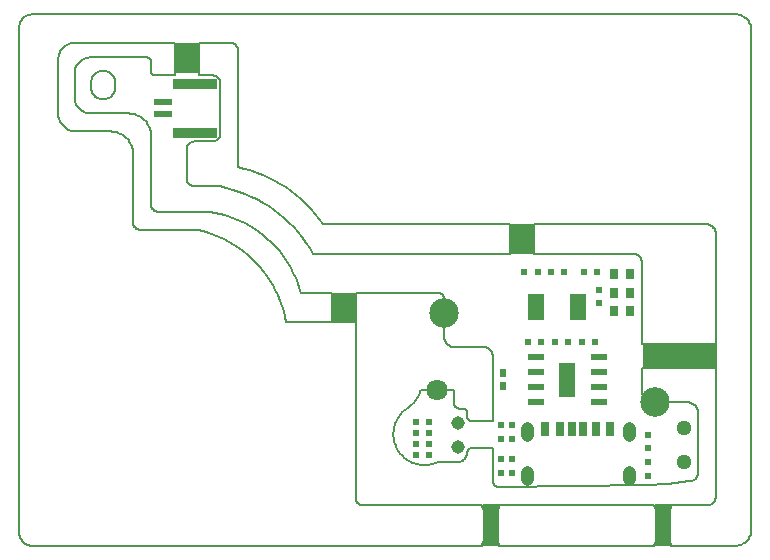
<source format=gts>
G75*
G70*
%OFA0B0*%
%FSLAX24Y24*%
%IPPOS*%
%LPD*%
%AMOC8*
5,1,8,0,0,1.08239X$1,22.5*
%
%ADD10C,0.0050*%
%ADD11R,0.0787X0.1041*%
%ADD12R,0.2450X0.0800*%
%ADD13R,0.0800X0.0985*%
%ADD14R,0.0550X0.1400*%
%ADD15R,0.0197X0.0220*%
%ADD16R,0.0315X0.0472*%
%ADD17R,0.0250X0.0472*%
%ADD18C,0.0004*%
%ADD19C,0.0433*%
%ADD20R,0.0220X0.0197*%
%ADD21C,0.0450*%
%ADD22C,0.0709*%
%ADD23R,0.0600X0.0236*%
%ADD24R,0.1450X0.0350*%
%ADD25C,0.0512*%
%ADD26R,0.0197X0.0250*%
%ADD27R,0.0551X0.0236*%
%ADD28R,0.0551X0.1181*%
%ADD29R,0.0551X0.0906*%
%ADD30R,0.0250X0.0354*%
%ADD31C,0.0984*%
D10*
X000929Y000534D02*
X015972Y000534D01*
X015972Y000562D01*
X015976Y000590D01*
X015983Y000617D01*
X015994Y000643D01*
X016008Y000667D01*
X016025Y000689D01*
X016045Y000709D01*
X016067Y000726D01*
X016091Y000740D01*
X016117Y000751D01*
X016144Y000758D01*
X016172Y000762D01*
X016322Y000762D01*
X016350Y000758D01*
X016377Y000751D01*
X016403Y000740D01*
X016427Y000726D01*
X016449Y000709D01*
X016469Y000689D01*
X016486Y000667D01*
X016500Y000643D01*
X016511Y000617D01*
X016518Y000590D01*
X016522Y000562D01*
X016522Y000534D01*
X021709Y000534D01*
X021709Y000562D01*
X021713Y000590D01*
X021720Y000617D01*
X021731Y000643D01*
X021745Y000667D01*
X021762Y000689D01*
X021782Y000709D01*
X021804Y000726D01*
X021828Y000740D01*
X021854Y000751D01*
X021881Y000758D01*
X021909Y000762D01*
X022059Y000762D01*
X022088Y000758D01*
X022115Y000751D01*
X022141Y000741D01*
X022166Y000727D01*
X022189Y000710D01*
X022209Y000690D01*
X022227Y000668D01*
X022241Y000643D01*
X022253Y000617D01*
X022260Y000590D01*
X022264Y000562D01*
X022265Y000534D01*
X022264Y000534D02*
X024328Y000534D01*
X024327Y000533D02*
X024374Y000530D01*
X024420Y000531D01*
X024466Y000536D01*
X024512Y000544D01*
X024556Y000557D01*
X024600Y000573D01*
X024642Y000592D01*
X024682Y000615D01*
X024720Y000641D01*
X024756Y000671D01*
X024790Y000703D01*
X024821Y000737D01*
X024848Y000775D01*
X024873Y000814D01*
X024894Y000855D01*
X024912Y000898D01*
X024926Y000942D01*
X024936Y000987D01*
X024943Y001033D01*
X024943Y001034D02*
X024943Y017752D01*
X024943Y017753D02*
X024936Y017798D01*
X024926Y017844D01*
X024911Y017888D01*
X024894Y017930D01*
X024872Y017971D01*
X024848Y018011D01*
X024820Y018048D01*
X024789Y018082D01*
X024756Y018114D01*
X024720Y018143D01*
X024682Y018170D01*
X024641Y018192D01*
X024599Y018212D01*
X024556Y018228D01*
X024511Y018240D01*
X024466Y018248D01*
X024420Y018253D01*
X024374Y018254D01*
X024327Y018251D01*
X024328Y018250D02*
X000929Y018250D01*
X000930Y018250D02*
X000889Y018243D01*
X000849Y018233D01*
X000809Y018219D01*
X000772Y018201D01*
X000736Y018180D01*
X000702Y018156D01*
X000671Y018129D01*
X000642Y018099D01*
X000616Y018066D01*
X000593Y018032D01*
X000574Y017995D01*
X000558Y017956D01*
X000546Y017917D01*
X000537Y017876D01*
X000532Y017835D01*
X000531Y017793D01*
X000534Y017752D01*
X000534Y001034D01*
X000531Y000993D01*
X000532Y000951D01*
X000537Y000910D01*
X000545Y000869D01*
X000558Y000829D01*
X000574Y000791D01*
X000593Y000754D01*
X000616Y000719D01*
X000642Y000686D01*
X000670Y000656D01*
X000702Y000629D01*
X000736Y000604D01*
X000772Y000583D01*
X000809Y000565D01*
X000848Y000551D01*
X000889Y000541D01*
X000930Y000534D01*
X009437Y007981D02*
X009399Y008165D01*
X009352Y008348D01*
X009296Y008528D01*
X009232Y008705D01*
X009159Y008878D01*
X009077Y009048D01*
X008988Y009214D01*
X008890Y009375D01*
X008785Y009532D01*
X008672Y009683D01*
X008552Y009828D01*
X008425Y009967D01*
X008291Y010100D01*
X008151Y010226D01*
X008005Y010345D01*
X007854Y010457D01*
X007697Y010562D01*
X007535Y010659D01*
X007369Y010747D01*
X007199Y010828D01*
X007025Y010900D01*
X006847Y010964D01*
X006667Y011019D01*
X006484Y011065D01*
X004578Y011065D01*
X004548Y011067D01*
X004518Y011072D01*
X004489Y011081D01*
X004462Y011094D01*
X004436Y011109D01*
X004412Y011128D01*
X004391Y011149D01*
X004372Y011173D01*
X004357Y011199D01*
X004344Y011226D01*
X004335Y011255D01*
X004330Y011285D01*
X004328Y011315D01*
X004328Y013595D01*
X004326Y013649D01*
X004320Y013702D01*
X004311Y013754D01*
X004298Y013806D01*
X004281Y013857D01*
X004260Y013907D01*
X004236Y013954D01*
X004209Y014000D01*
X004178Y014044D01*
X004145Y014086D01*
X004108Y014125D01*
X004069Y014162D01*
X004027Y014195D01*
X003983Y014226D01*
X003937Y014253D01*
X003890Y014277D01*
X003840Y014298D01*
X003789Y014315D01*
X003737Y014328D01*
X003685Y014337D01*
X003632Y014343D01*
X003578Y014345D01*
X002387Y014345D01*
X002341Y014350D01*
X002296Y014359D01*
X002251Y014371D01*
X002207Y014386D01*
X002165Y014405D01*
X002124Y014428D01*
X002085Y014453D01*
X002048Y014481D01*
X002014Y014512D01*
X001982Y014546D01*
X001953Y014582D01*
X001927Y014621D01*
X001903Y014661D01*
X001884Y014703D01*
X001867Y014746D01*
X001854Y014791D01*
X001844Y014836D01*
X001838Y014882D01*
X001836Y014928D01*
X001837Y014975D01*
X001837Y016756D01*
X001839Y016801D01*
X001845Y016847D01*
X001854Y016891D01*
X001867Y016935D01*
X001883Y016977D01*
X001903Y017018D01*
X001927Y017057D01*
X001953Y017094D01*
X001982Y017129D01*
X002014Y017161D01*
X002049Y017190D01*
X002086Y017216D01*
X002125Y017240D01*
X002166Y017260D01*
X002208Y017276D01*
X002252Y017289D01*
X002296Y017298D01*
X002342Y017304D01*
X002387Y017306D01*
X005733Y017306D01*
X005733Y016215D01*
X005078Y016215D01*
X005055Y016217D01*
X005032Y016222D01*
X005010Y016231D01*
X004990Y016244D01*
X004972Y016259D01*
X004957Y016277D01*
X004944Y016297D01*
X004935Y016319D01*
X004930Y016342D01*
X004928Y016365D01*
X004928Y016665D01*
X004926Y016688D01*
X004921Y016711D01*
X004912Y016733D01*
X004899Y016753D01*
X004884Y016771D01*
X004866Y016786D01*
X004846Y016799D01*
X004824Y016808D01*
X004801Y016813D01*
X004778Y016815D01*
X002928Y016815D01*
X002883Y016813D01*
X002837Y016807D01*
X002793Y016798D01*
X002749Y016785D01*
X002707Y016769D01*
X002666Y016749D01*
X002627Y016725D01*
X002590Y016699D01*
X002555Y016670D01*
X002523Y016638D01*
X002494Y016603D01*
X002468Y016566D01*
X002444Y016527D01*
X002424Y016486D01*
X002408Y016444D01*
X002395Y016400D01*
X002386Y016356D01*
X002380Y016310D01*
X002378Y016265D01*
X002378Y015495D01*
X002380Y015450D01*
X002386Y015404D01*
X002395Y015360D01*
X002408Y015316D01*
X002424Y015274D01*
X002444Y015233D01*
X002468Y015194D01*
X002494Y015157D01*
X002523Y015122D01*
X002555Y015090D01*
X002590Y015061D01*
X002627Y015035D01*
X002666Y015011D01*
X002707Y014991D01*
X002749Y014975D01*
X002793Y014962D01*
X002837Y014953D01*
X002883Y014947D01*
X002928Y014945D01*
X004178Y014945D01*
X004232Y014943D01*
X004285Y014937D01*
X004337Y014928D01*
X004389Y014915D01*
X004440Y014898D01*
X004490Y014877D01*
X004537Y014853D01*
X004583Y014826D01*
X004627Y014795D01*
X004669Y014762D01*
X004708Y014725D01*
X004745Y014686D01*
X004778Y014644D01*
X004809Y014600D01*
X004836Y014554D01*
X004860Y014507D01*
X004881Y014457D01*
X004898Y014406D01*
X004911Y014354D01*
X004920Y014302D01*
X004926Y014249D01*
X004928Y014195D01*
X004928Y011915D01*
X004930Y011885D01*
X004935Y011855D01*
X004944Y011826D01*
X004957Y011799D01*
X004972Y011773D01*
X004991Y011749D01*
X005012Y011728D01*
X005036Y011709D01*
X005062Y011694D01*
X005089Y011681D01*
X005118Y011672D01*
X005148Y011667D01*
X005178Y011665D01*
X006878Y011665D01*
X007228Y012515D02*
X006378Y012515D01*
X006348Y012517D01*
X006318Y012522D01*
X006289Y012531D01*
X006262Y012544D01*
X006236Y012559D01*
X006212Y012578D01*
X006191Y012599D01*
X006172Y012623D01*
X006157Y012649D01*
X006144Y012676D01*
X006135Y012705D01*
X006130Y012735D01*
X006128Y012765D01*
X006128Y013765D01*
X006130Y013795D01*
X006135Y013825D01*
X006144Y013854D01*
X006157Y013881D01*
X006172Y013907D01*
X006191Y013931D01*
X006212Y013952D01*
X006236Y013971D01*
X006262Y013986D01*
X006289Y013999D01*
X006318Y014008D01*
X006348Y014013D01*
X006378Y014015D01*
X006978Y014015D01*
X007008Y014017D01*
X007038Y014022D01*
X007067Y014031D01*
X007094Y014044D01*
X007120Y014059D01*
X007144Y014078D01*
X007165Y014099D01*
X007184Y014123D01*
X007199Y014149D01*
X007212Y014176D01*
X007221Y014205D01*
X007226Y014235D01*
X007228Y014265D01*
X007228Y015965D01*
X007226Y015995D01*
X007221Y016025D01*
X007212Y016054D01*
X007199Y016081D01*
X007184Y016107D01*
X007165Y016131D01*
X007144Y016152D01*
X007120Y016171D01*
X007094Y016186D01*
X007067Y016199D01*
X007038Y016208D01*
X007008Y016213D01*
X006978Y016215D01*
X006521Y016215D01*
X006521Y017306D01*
X007568Y017306D01*
X007569Y017306D02*
X007599Y017304D01*
X007628Y017299D01*
X007657Y017291D01*
X007684Y017279D01*
X007710Y017263D01*
X007734Y017245D01*
X007755Y017224D01*
X007774Y017201D01*
X007790Y017175D01*
X007802Y017148D01*
X007811Y017119D01*
X007817Y017090D01*
X007819Y017060D01*
X007818Y017060D02*
X007818Y013156D01*
X010657Y011256D02*
X016908Y011256D01*
X016908Y010259D01*
X010328Y010259D01*
X009928Y008965D02*
X010960Y008965D01*
X010960Y007981D01*
X009437Y007981D01*
X011747Y008965D02*
X011747Y002142D01*
X011747Y002141D02*
X011748Y002112D01*
X011752Y002083D01*
X011760Y002054D01*
X011771Y002027D01*
X011786Y002001D01*
X011803Y001977D01*
X011823Y001955D01*
X011846Y001936D01*
X011871Y001920D01*
X011897Y001907D01*
X011925Y001897D01*
X011954Y001891D01*
X011984Y001888D01*
X011983Y001888D02*
X015972Y001888D01*
X015972Y001860D01*
X015976Y001832D01*
X015983Y001805D01*
X015994Y001779D01*
X016008Y001755D01*
X016025Y001733D01*
X016045Y001713D01*
X016067Y001696D01*
X016091Y001682D01*
X016117Y001671D01*
X016144Y001664D01*
X016172Y001660D01*
X016322Y001660D01*
X016350Y001664D01*
X016377Y001671D01*
X016403Y001682D01*
X016427Y001696D01*
X016449Y001713D01*
X016469Y001733D01*
X016486Y001755D01*
X016500Y001779D01*
X016511Y001805D01*
X016518Y001832D01*
X016522Y001860D01*
X016522Y001888D01*
X021709Y001888D01*
X021709Y001860D01*
X021713Y001832D01*
X021720Y001805D01*
X021731Y001779D01*
X021745Y001755D01*
X021762Y001733D01*
X021782Y001713D01*
X021804Y001696D01*
X021828Y001682D01*
X021854Y001671D01*
X021881Y001664D01*
X021909Y001660D01*
X022059Y001660D01*
X022088Y001664D01*
X022115Y001671D01*
X022141Y001681D01*
X022166Y001695D01*
X022189Y001712D01*
X022209Y001732D01*
X022227Y001754D01*
X022241Y001779D01*
X022253Y001805D01*
X022260Y001832D01*
X022264Y001860D01*
X022265Y001888D01*
X022264Y001888D02*
X023464Y001888D01*
X023497Y001890D01*
X023530Y001896D01*
X023562Y001905D01*
X023592Y001918D01*
X023621Y001935D01*
X023648Y001954D01*
X023673Y001976D01*
X023695Y002001D01*
X023714Y002028D01*
X023730Y002058D01*
X023742Y002088D01*
X023751Y002120D01*
X023756Y002153D01*
X023758Y002186D01*
X023758Y006464D01*
X021278Y006464D01*
X021278Y005715D01*
X021282Y005676D01*
X021290Y005637D01*
X021301Y005600D01*
X021315Y005563D01*
X021333Y005528D01*
X021355Y005495D01*
X021379Y005464D01*
X021406Y005435D01*
X021435Y005409D01*
X021467Y005386D01*
X021500Y005365D01*
X021536Y005348D01*
X021573Y005334D01*
X021611Y005324D01*
X021649Y005317D01*
X021689Y005314D01*
X021728Y005315D01*
X022828Y005315D01*
X022827Y005316D02*
X022863Y005311D01*
X022899Y005303D01*
X022933Y005291D01*
X022967Y005276D01*
X022998Y005258D01*
X023028Y005237D01*
X023055Y005213D01*
X023080Y005186D01*
X023102Y005157D01*
X023121Y005126D01*
X023137Y005094D01*
X023150Y005059D01*
X023160Y005024D01*
X023166Y004988D01*
X023168Y004952D01*
X023167Y004916D01*
X023167Y004915D02*
X023167Y002977D01*
X023165Y002944D01*
X023160Y002912D01*
X023151Y002880D01*
X023138Y002849D01*
X023122Y002821D01*
X023103Y002794D01*
X023081Y002769D01*
X023056Y002747D01*
X023029Y002728D01*
X023001Y002712D01*
X022970Y002699D01*
X022938Y002690D01*
X022906Y002685D01*
X022873Y002683D01*
X021424Y002565D02*
X016564Y002479D01*
X016534Y002481D01*
X016504Y002486D01*
X016475Y002495D01*
X016448Y002508D01*
X016422Y002523D01*
X016398Y002542D01*
X016377Y002563D01*
X016358Y002587D01*
X016343Y002613D01*
X016330Y002640D01*
X016321Y002669D01*
X016316Y002699D01*
X016314Y002729D01*
X016314Y003798D01*
X015645Y003798D01*
X015622Y003799D01*
X015599Y003796D01*
X015576Y003790D01*
X015555Y003780D01*
X015535Y003768D01*
X015517Y003753D01*
X015502Y003736D01*
X015489Y003716D01*
X015479Y003695D01*
X015472Y003673D01*
X015469Y003650D01*
X015468Y003649D02*
X015467Y003616D01*
X015462Y003583D01*
X015453Y003551D01*
X015442Y003520D01*
X015427Y003490D01*
X015409Y003462D01*
X015388Y003436D01*
X015365Y003412D01*
X015340Y003391D01*
X015312Y003372D01*
X015282Y003357D01*
X015251Y003345D01*
X015219Y003336D01*
X015186Y003330D01*
X015153Y003328D01*
X014493Y003328D01*
X014436Y003302D01*
X014377Y003280D01*
X014317Y003262D01*
X014255Y003248D01*
X014193Y003237D01*
X014131Y003230D01*
X014068Y003226D01*
X014005Y003227D01*
X013942Y003231D01*
X013880Y003239D01*
X013818Y003251D01*
X013757Y003267D01*
X013697Y003286D01*
X013639Y003309D01*
X013582Y003335D01*
X013526Y003365D01*
X013473Y003398D01*
X013421Y003434D01*
X013372Y003473D01*
X013326Y003515D01*
X013281Y003560D01*
X013240Y003608D01*
X013202Y003658D01*
X013167Y003710D01*
X013135Y003764D01*
X013106Y003820D01*
X013081Y003878D01*
X013059Y003937D01*
X013041Y003997D01*
X013027Y004058D01*
X013016Y004120D01*
X013009Y004183D01*
X013006Y004246D01*
X013007Y004308D01*
X013011Y004371D01*
X013020Y004434D01*
X013032Y004495D01*
X013048Y004556D01*
X013067Y004616D01*
X013090Y004675D01*
X013117Y004732D01*
X013147Y004787D01*
X013180Y004840D01*
X013216Y004892D01*
X013256Y004941D01*
X013298Y004987D01*
X013343Y005031D01*
X013391Y005072D01*
X013441Y005110D01*
X013928Y005738D02*
X015028Y005738D01*
X015028Y005288D01*
X015029Y005288D02*
X015028Y005264D01*
X015031Y005241D01*
X015038Y005219D01*
X015047Y005197D01*
X015059Y005177D01*
X015075Y005160D01*
X015092Y005144D01*
X015112Y005131D01*
X015133Y005121D01*
X015155Y005114D01*
X015178Y005111D01*
X015178Y005110D02*
X015318Y005110D01*
X015341Y005106D01*
X015363Y005100D01*
X015384Y005091D01*
X015403Y005078D01*
X015421Y005063D01*
X015436Y005046D01*
X015448Y005027D01*
X015458Y005006D01*
X015464Y004984D01*
X015468Y004961D01*
X015468Y004938D01*
X015468Y004876D01*
X015469Y004876D02*
X015468Y004853D01*
X015471Y004830D01*
X015477Y004808D01*
X015486Y004787D01*
X015498Y004767D01*
X015512Y004749D01*
X015529Y004733D01*
X015548Y004720D01*
X015569Y004710D01*
X015591Y004703D01*
X015614Y004699D01*
X015613Y004698D02*
X016314Y004698D01*
X016314Y006881D01*
X016314Y006880D02*
X016310Y006913D01*
X016303Y006944D01*
X016293Y006975D01*
X016279Y007005D01*
X016262Y007032D01*
X016242Y007058D01*
X016219Y007081D01*
X016193Y007101D01*
X016166Y007119D01*
X016137Y007133D01*
X016106Y007144D01*
X016074Y007152D01*
X016042Y007155D01*
X016010Y007156D01*
X016009Y007156D02*
X015014Y007156D01*
X014979Y007160D01*
X014944Y007169D01*
X014910Y007180D01*
X014878Y007195D01*
X014847Y007214D01*
X014819Y007236D01*
X014793Y007260D01*
X014770Y007287D01*
X014749Y007316D01*
X014732Y007348D01*
X014718Y007381D01*
X014708Y007415D01*
X014701Y007450D01*
X014698Y007485D01*
X014699Y007521D01*
X014699Y008765D01*
X014700Y008765D02*
X014697Y008792D01*
X014690Y008819D01*
X014680Y008845D01*
X014666Y008869D01*
X014650Y008891D01*
X014630Y008911D01*
X014609Y008928D01*
X014585Y008942D01*
X014560Y008953D01*
X014533Y008960D01*
X014506Y008964D01*
X014478Y008965D01*
X011747Y008965D01*
X013928Y005738D02*
X013910Y005678D01*
X013888Y005619D01*
X013862Y005562D01*
X013833Y005506D01*
X013801Y005453D01*
X013765Y005401D01*
X013727Y005351D01*
X013686Y005304D01*
X013641Y005259D01*
X013595Y005218D01*
X013545Y005179D01*
X013494Y005143D01*
X013440Y005110D01*
X010657Y011256D02*
X010530Y011434D01*
X010394Y011605D01*
X010250Y011770D01*
X010099Y011928D01*
X009940Y012078D01*
X009774Y012221D01*
X009601Y012356D01*
X009422Y012482D01*
X009238Y012599D01*
X009047Y012707D01*
X008852Y012806D01*
X008653Y012896D01*
X008449Y012976D01*
X008242Y013046D01*
X008031Y013106D01*
X007818Y013156D01*
X003728Y015815D02*
X003728Y015965D01*
X003726Y016004D01*
X003720Y016043D01*
X003711Y016081D01*
X003698Y016118D01*
X003681Y016154D01*
X003661Y016187D01*
X003637Y016219D01*
X003611Y016248D01*
X003582Y016274D01*
X003550Y016298D01*
X003517Y016318D01*
X003481Y016335D01*
X003444Y016348D01*
X003406Y016357D01*
X003367Y016363D01*
X003328Y016365D01*
X003289Y016363D01*
X003250Y016357D01*
X003212Y016348D01*
X003175Y016335D01*
X003139Y016318D01*
X003106Y016298D01*
X003074Y016274D01*
X003045Y016248D01*
X003019Y016219D01*
X002995Y016187D01*
X002975Y016154D01*
X002958Y016118D01*
X002945Y016081D01*
X002936Y016043D01*
X002930Y016004D01*
X002928Y015965D01*
X002928Y015815D01*
X002930Y015776D01*
X002936Y015737D01*
X002945Y015699D01*
X002958Y015662D01*
X002975Y015626D01*
X002995Y015593D01*
X003019Y015561D01*
X003045Y015532D01*
X003074Y015506D01*
X003106Y015482D01*
X003139Y015462D01*
X003175Y015445D01*
X003212Y015432D01*
X003250Y015423D01*
X003289Y015417D01*
X003328Y015415D01*
X003367Y015417D01*
X003406Y015423D01*
X003444Y015432D01*
X003481Y015445D01*
X003517Y015462D01*
X003550Y015482D01*
X003582Y015506D01*
X003611Y015532D01*
X003637Y015561D01*
X003661Y015593D01*
X003681Y015626D01*
X003698Y015662D01*
X003711Y015699D01*
X003720Y015737D01*
X003726Y015776D01*
X003728Y015815D01*
X007228Y012515D02*
X007443Y012468D01*
X007655Y012410D01*
X007864Y012342D01*
X008070Y012264D01*
X008271Y012176D01*
X008469Y012079D01*
X008661Y011972D01*
X008847Y011856D01*
X009028Y011730D01*
X009203Y011597D01*
X009371Y011455D01*
X009532Y011305D01*
X009685Y011147D01*
X009831Y010983D01*
X009968Y010811D01*
X010097Y010633D01*
X010217Y010449D01*
X010328Y010259D01*
X009928Y008965D02*
X009877Y009137D01*
X009818Y009307D01*
X009751Y009474D01*
X009675Y009637D01*
X009592Y009797D01*
X009501Y009952D01*
X009403Y010102D01*
X009298Y010248D01*
X009185Y010388D01*
X009066Y010523D01*
X008941Y010652D01*
X008809Y010774D01*
X008671Y010890D01*
X008528Y010999D01*
X008380Y011101D01*
X008227Y011195D01*
X008070Y011282D01*
X007909Y011362D01*
X007744Y011433D01*
X007576Y011496D01*
X007404Y011551D01*
X007231Y011598D01*
X007055Y011636D01*
X006878Y011665D01*
X017695Y011256D02*
X017695Y010259D01*
X021028Y010259D01*
X021058Y010258D01*
X021087Y010253D01*
X021116Y010244D01*
X021143Y010232D01*
X021169Y010217D01*
X021192Y010199D01*
X021214Y010178D01*
X021232Y010155D01*
X021248Y010130D01*
X021261Y010103D01*
X021270Y010074D01*
X021276Y010045D01*
X021278Y010015D01*
X021278Y007252D01*
X023758Y007252D01*
X023758Y010915D01*
X023757Y010916D02*
X023756Y010951D01*
X023751Y010985D01*
X023742Y011019D01*
X023730Y011052D01*
X023715Y011084D01*
X023696Y011114D01*
X023674Y011141D01*
X023650Y011166D01*
X023623Y011189D01*
X023594Y011208D01*
X023563Y011225D01*
X023531Y011238D01*
X023497Y011248D01*
X023462Y011254D01*
X023427Y011256D01*
X023428Y011256D02*
X017695Y011256D01*
X021424Y002565D02*
X022150Y002608D01*
X022873Y002683D01*
D11*
X006127Y016785D03*
D12*
X022559Y006856D03*
D13*
X017301Y010756D03*
X011354Y008461D03*
D14*
X016247Y001234D03*
X021984Y001234D03*
D15*
X021484Y002875D03*
X021484Y003322D03*
X021484Y003789D03*
X021484Y004235D03*
X016960Y004110D03*
X016600Y004110D03*
X016600Y004557D03*
X016960Y004557D03*
X016960Y003415D03*
X016600Y003415D03*
X016600Y002968D03*
X016960Y002968D03*
X019867Y008614D03*
X019867Y009061D03*
D16*
X019745Y004411D03*
X020229Y004411D03*
X018548Y004411D03*
X018064Y004411D03*
D17*
X018950Y004411D03*
X019343Y004411D03*
D18*
X020739Y004483D02*
X020739Y004238D01*
X020741Y004218D01*
X020746Y004199D01*
X020755Y004181D01*
X020767Y004165D01*
X020782Y004152D01*
X020799Y004141D01*
X020817Y004134D01*
X020837Y004130D01*
X020857Y004130D01*
X020877Y004134D01*
X020895Y004141D01*
X020912Y004152D01*
X020927Y004165D01*
X020939Y004181D01*
X020948Y004199D01*
X020953Y004218D01*
X020955Y004238D01*
X020956Y004238D02*
X020956Y004483D01*
X020955Y004483D02*
X020953Y004503D01*
X020948Y004522D01*
X020939Y004540D01*
X020927Y004556D01*
X020912Y004569D01*
X020895Y004580D01*
X020877Y004587D01*
X020857Y004591D01*
X020837Y004591D01*
X020817Y004587D01*
X020799Y004580D01*
X020782Y004569D01*
X020767Y004556D01*
X020755Y004540D01*
X020746Y004522D01*
X020741Y004503D01*
X020739Y004483D01*
X020739Y002986D02*
X020739Y002742D01*
X020741Y002722D01*
X020746Y002703D01*
X020755Y002685D01*
X020767Y002669D01*
X020782Y002656D01*
X020799Y002645D01*
X020817Y002638D01*
X020837Y002634D01*
X020857Y002634D01*
X020877Y002638D01*
X020895Y002645D01*
X020912Y002656D01*
X020927Y002669D01*
X020939Y002685D01*
X020948Y002703D01*
X020953Y002722D01*
X020955Y002742D01*
X020956Y002742D02*
X020956Y002986D01*
X020955Y002986D02*
X020953Y003006D01*
X020948Y003025D01*
X020939Y003043D01*
X020927Y003059D01*
X020912Y003072D01*
X020895Y003083D01*
X020877Y003090D01*
X020857Y003094D01*
X020837Y003094D01*
X020817Y003090D01*
X020799Y003083D01*
X020782Y003072D01*
X020767Y003059D01*
X020755Y003043D01*
X020746Y003025D01*
X020741Y003006D01*
X020739Y002986D01*
X017554Y002986D02*
X017554Y002742D01*
X017552Y002722D01*
X017547Y002703D01*
X017538Y002685D01*
X017526Y002669D01*
X017511Y002656D01*
X017494Y002645D01*
X017476Y002638D01*
X017456Y002634D01*
X017436Y002634D01*
X017416Y002638D01*
X017398Y002645D01*
X017381Y002656D01*
X017366Y002669D01*
X017354Y002685D01*
X017345Y002703D01*
X017340Y002722D01*
X017338Y002742D01*
X017338Y002986D01*
X017340Y003006D01*
X017345Y003025D01*
X017354Y003043D01*
X017366Y003059D01*
X017381Y003072D01*
X017398Y003083D01*
X017416Y003090D01*
X017436Y003094D01*
X017456Y003094D01*
X017476Y003090D01*
X017494Y003083D01*
X017511Y003072D01*
X017526Y003059D01*
X017538Y003043D01*
X017547Y003025D01*
X017552Y003006D01*
X017554Y002986D01*
X017554Y004238D02*
X017554Y004483D01*
X017552Y004503D01*
X017547Y004522D01*
X017538Y004540D01*
X017526Y004556D01*
X017511Y004569D01*
X017494Y004580D01*
X017476Y004587D01*
X017456Y004591D01*
X017436Y004591D01*
X017416Y004587D01*
X017398Y004580D01*
X017381Y004569D01*
X017366Y004556D01*
X017354Y004540D01*
X017345Y004522D01*
X017340Y004503D01*
X017338Y004483D01*
X017338Y004238D01*
X017340Y004218D01*
X017345Y004199D01*
X017354Y004181D01*
X017366Y004165D01*
X017381Y004152D01*
X017398Y004141D01*
X017416Y004134D01*
X017436Y004130D01*
X017456Y004130D01*
X017476Y004134D01*
X017494Y004141D01*
X017511Y004152D01*
X017526Y004165D01*
X017538Y004181D01*
X017547Y004199D01*
X017552Y004218D01*
X017554Y004238D01*
D19*
X017446Y004477D02*
X017446Y004477D01*
X017446Y004241D01*
X017446Y004241D01*
X017446Y004477D01*
X017446Y002980D02*
X017446Y002980D01*
X017446Y002744D01*
X017446Y002744D01*
X017446Y002980D01*
X020847Y002980D02*
X020847Y002980D01*
X020847Y002744D01*
X020847Y002744D01*
X020847Y002980D01*
X020847Y004477D02*
X020847Y004477D01*
X020847Y004241D01*
X020847Y004241D01*
X020847Y004477D01*
D20*
X019726Y007314D03*
X019280Y007314D03*
X018826Y007314D03*
X018380Y007314D03*
X017926Y007314D03*
X017480Y007314D03*
X017370Y009646D03*
X017817Y009646D03*
X018250Y009646D03*
X018697Y009646D03*
X019350Y009646D03*
X019797Y009646D03*
X014191Y004650D03*
X014191Y004290D03*
X014191Y003930D03*
X014191Y003570D03*
X013745Y003570D03*
X013745Y003930D03*
X013745Y004290D03*
X013745Y004650D03*
D21*
X015168Y004640D03*
X015168Y003840D03*
D22*
X014477Y005728D03*
D23*
X005334Y014918D03*
X005334Y015312D03*
D24*
X006378Y015924D03*
X006378Y014307D03*
D25*
X022710Y004466D03*
X022710Y003316D03*
D26*
X016660Y005844D03*
X016660Y006284D03*
D27*
X017760Y006323D03*
X017760Y006823D03*
X017760Y005823D03*
X017760Y005323D03*
X019846Y005323D03*
X019846Y005823D03*
X019846Y006323D03*
X019846Y006823D03*
D28*
X018803Y006073D03*
D29*
X019152Y008483D03*
X017754Y008483D03*
D30*
X020350Y008358D03*
X020897Y008358D03*
X020897Y008977D03*
X020350Y008977D03*
X020350Y009596D03*
X020897Y009596D03*
D31*
X021725Y005319D03*
X014710Y008279D03*
M02*

</source>
